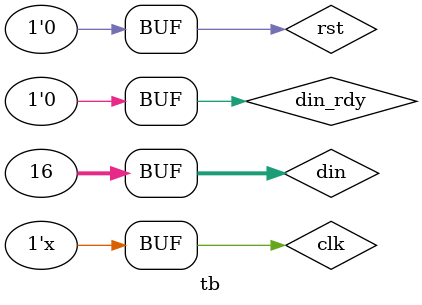
<source format=v>
`timescale 1ns / 1ps

module tb();

reg clk, rst,din_rdy;
reg [31:0] din;

wire dout_rdy;
wire [31:0] dout;

root dut(.clk(clk), 
         .rst(rst), 
         .din_rdy(din_rdy),
         .din(din),
         .dout_rdy(dout_rdy),
         .dout(dout)
         );

initial 
begin
   clk <= 1'b0;
   rst <= #10 1'b1;
   rst <= #30 1'b0;
   din_rdy <= #40 1'b1;
   din_rdy <= #60 1'b0;
   
   din <= #40 32'd16;
end

always #10 clk <= !clk; 

endmodule
</source>
